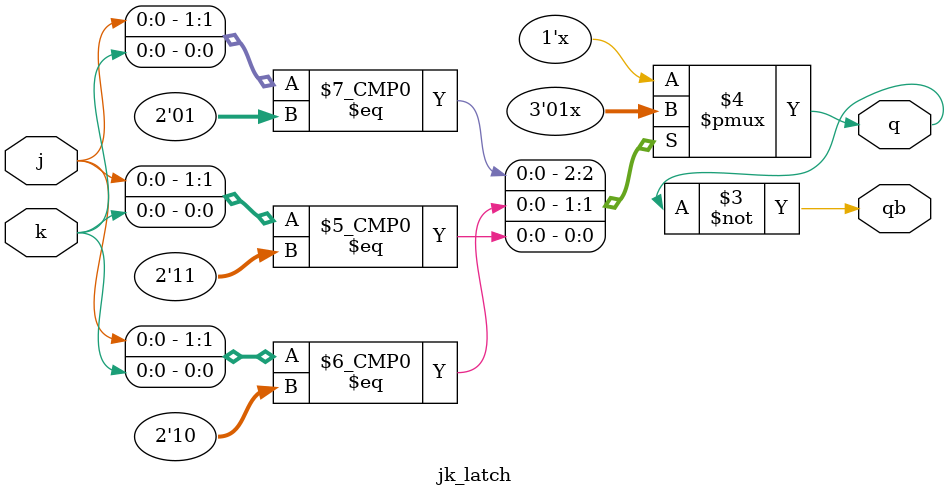
<source format=v>
module jk_latch(output reg q,qb,input j,k);
  always@(*)begin
    case({j,k})
      2'b00 : q=q;
      2'b01 : q=0;
      2'b10 : q=1;
      2'b11 : q=~q;
    endcase
       qb = ~q;
  end
endmodule

</source>
